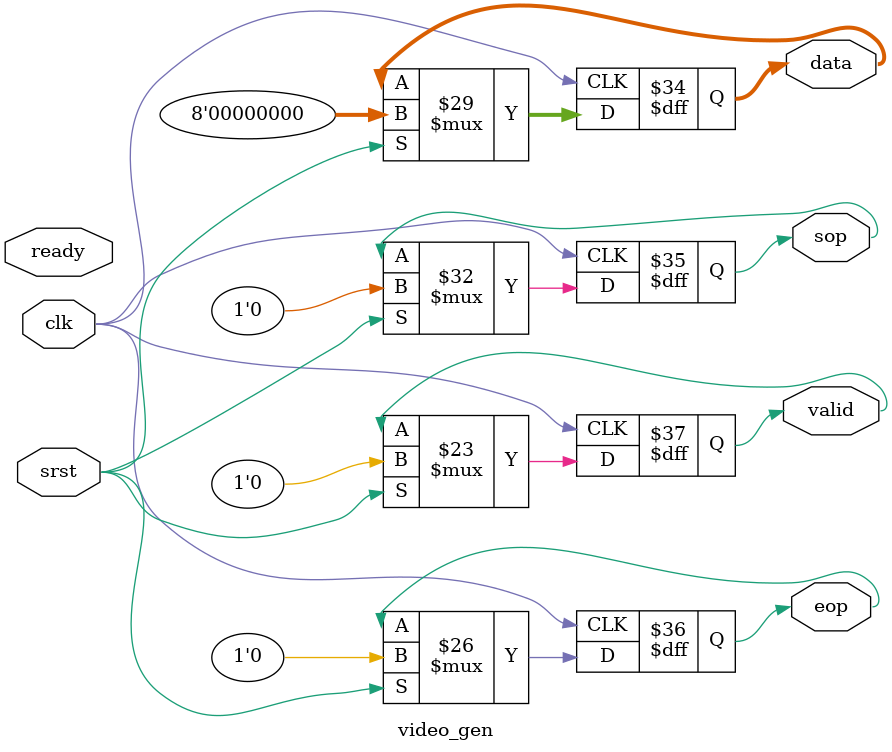
<source format=v>

module video_gen
  #
  (
   //image bit depth
   parameter BITS = 8,
   //image rows
   parameter ROWS = 240,
   //image columns
   parameter COLS = 320,
   //video pattern to be generated
   parameter PATTERN = 0
   )
   (
    input 		    clk, srst, ready,
    output reg [BITS - 1:0] data,
    output reg 		    sop, eop, valid
    );
   
   integer 		    rcount, ccount;
   //size of the checkerboard pattern in pixels
   localparam CHECKER_DIM = 32;
   wire 		    check_x, check_y;
   
   //to generate the checkerboard pattern we must
   //divide the image counters by the size of each checker and then look
   //at the lowest bit in both the x and y quotients.
   //these bits are xor'red together to generate the checkerboard 
   assign check_x = (ccount / CHECKER_DIM) % 2;
   assign check_y = (rcount / CHECKER_DIM) % 2;
   always @(posedge clk) begin
      //if ready is low then this block is stalled 
      if (ready) begin
	 case (PATTERN)
	   //horizontal gradient
	   0: data <= ccount;
	   //vertical gradient
	   1: data <= rcount;
	   //diagonal gradient
	   2: data <= ccount + rcount;
	   //checkerboard pattern
	   3: data <= {BITS{check_x ^ check_y}};
	 endcase
	 valid <= 1;

	 //increment over rows and columns
	 if (ccount < COLS - 1) 
	   ccount <= ccount + 1;
	 else begin
	    ccount <= 0;
	    if (rcount < ROWS - 1) 
	      rcount <= rcount + 1;
	    else
	      rcount <= 0;
	 end

	 //at the zeroth pixel assert start of packet
	 if ((rcount == 0) && (ccount == 0))
	   sop <= 1;
	 else
	   sop <= 0;

	 //at the last pixel assert end of packet
	 if ((rcount == ROWS - 1) && (ccount == COLS - 1))
	   eop <= 1;
	 else
	   eop <= 0;
      end // if (ready)
      
      //do sync resets
      if (srst)
	{sop, eop, data, valid, rcount, ccount} = 0;
   end

endmodule


</source>
